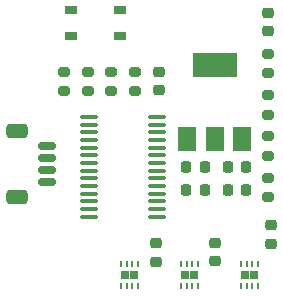
<source format=gbr>
%TF.GenerationSoftware,KiCad,Pcbnew,(6.0.8)*%
%TF.CreationDate,2023-03-27T21:19:56+01:00*%
%TF.ProjectId,m-link-plus,6d2d6c69-6e6b-42d7-906c-75732e6b6963,rev?*%
%TF.SameCoordinates,Original*%
%TF.FileFunction,Paste,Top*%
%TF.FilePolarity,Positive*%
%FSLAX46Y46*%
G04 Gerber Fmt 4.6, Leading zero omitted, Abs format (unit mm)*
G04 Created by KiCad (PCBNEW (6.0.8)) date 2023-03-27 21:19:56*
%MOMM*%
%LPD*%
G01*
G04 APERTURE LIST*
G04 Aperture macros list*
%AMRoundRect*
0 Rectangle with rounded corners*
0 $1 Rounding radius*
0 $2 $3 $4 $5 $6 $7 $8 $9 X,Y pos of 4 corners*
0 Add a 4 corners polygon primitive as box body*
4,1,4,$2,$3,$4,$5,$6,$7,$8,$9,$2,$3,0*
0 Add four circle primitives for the rounded corners*
1,1,$1+$1,$2,$3*
1,1,$1+$1,$4,$5*
1,1,$1+$1,$6,$7*
1,1,$1+$1,$8,$9*
0 Add four rect primitives between the rounded corners*
20,1,$1+$1,$2,$3,$4,$5,0*
20,1,$1+$1,$4,$5,$6,$7,0*
20,1,$1+$1,$6,$7,$8,$9,0*
20,1,$1+$1,$8,$9,$2,$3,0*%
G04 Aperture macros list end*
%ADD10RoundRect,0.225000X0.250000X-0.225000X0.250000X0.225000X-0.250000X0.225000X-0.250000X-0.225000X0*%
%ADD11RoundRect,0.200000X0.275000X-0.200000X0.275000X0.200000X-0.275000X0.200000X-0.275000X-0.200000X0*%
%ADD12R,0.650000X0.750000*%
%ADD13R,0.250000X0.500000*%
%ADD14R,1.500000X2.000000*%
%ADD15R,3.800000X2.000000*%
%ADD16RoundRect,0.218750X-0.256250X0.218750X-0.256250X-0.218750X0.256250X-0.218750X0.256250X0.218750X0*%
%ADD17R,1.050000X0.650000*%
%ADD18RoundRect,0.225000X-0.225000X-0.250000X0.225000X-0.250000X0.225000X0.250000X-0.225000X0.250000X0*%
%ADD19RoundRect,0.225000X-0.250000X0.225000X-0.250000X-0.225000X0.250000X-0.225000X0.250000X0.225000X0*%
%ADD20RoundRect,0.225000X0.225000X0.250000X-0.225000X0.250000X-0.225000X-0.250000X0.225000X-0.250000X0*%
%ADD21RoundRect,0.100000X-0.637500X-0.100000X0.637500X-0.100000X0.637500X0.100000X-0.637500X0.100000X0*%
%ADD22RoundRect,0.200000X-0.275000X0.200000X-0.275000X-0.200000X0.275000X-0.200000X0.275000X0.200000X0*%
%ADD23RoundRect,0.150000X0.625000X-0.150000X0.625000X0.150000X-0.625000X0.150000X-0.625000X-0.150000X0*%
%ADD24RoundRect,0.250000X0.650000X-0.350000X0.650000X0.350000X-0.650000X0.350000X-0.650000X-0.350000X0*%
G04 APERTURE END LIST*
D10*
%TO.C,C10*%
X92250000Y-77775000D03*
X92250000Y-76225000D03*
%TD*%
D11*
%TO.C,R1*%
X101500000Y-83325000D03*
X101500000Y-81675000D03*
%TD*%
D12*
%TO.C,U3*%
X94475000Y-93384000D03*
X95275000Y-93384000D03*
D13*
X94125000Y-94334000D03*
X94625000Y-94334000D03*
X95125000Y-94334000D03*
X95625000Y-94334000D03*
X95625000Y-92434000D03*
X95125000Y-92434000D03*
X94625000Y-92434000D03*
X94125000Y-92434000D03*
%TD*%
D14*
%TO.C,U1*%
X94700000Y-81900000D03*
X97000000Y-81900000D03*
D15*
X97000000Y-75600000D03*
D14*
X99300000Y-81900000D03*
%TD*%
D16*
%TO.C,D1*%
X101500000Y-71212500D03*
X101500000Y-72787500D03*
%TD*%
D17*
%TO.C,SW1*%
X84850000Y-71000000D03*
X89000000Y-71000000D03*
X89000000Y-73150000D03*
X84850000Y-73150000D03*
%TD*%
D12*
%TO.C,U6*%
X99555000Y-93384000D03*
X100355000Y-93384000D03*
D13*
X99205000Y-94334000D03*
X99705000Y-94334000D03*
X100205000Y-94334000D03*
X100705000Y-94334000D03*
X100705000Y-92434000D03*
X100205000Y-92434000D03*
X99705000Y-92434000D03*
X99205000Y-92434000D03*
%TD*%
D18*
%TO.C,C1*%
X98100000Y-86250000D03*
X99650000Y-86250000D03*
%TD*%
%TO.C,C3*%
X98100000Y-84250000D03*
X99650000Y-84250000D03*
%TD*%
D19*
%TO.C,C7*%
X101750000Y-89200000D03*
X101750000Y-90750000D03*
%TD*%
D12*
%TO.C,U2*%
X89395000Y-93384000D03*
X90195000Y-93384000D03*
D13*
X89045000Y-94334000D03*
X89545000Y-94334000D03*
X90045000Y-94334000D03*
X90545000Y-94334000D03*
X90545000Y-92434000D03*
X90045000Y-92434000D03*
X89545000Y-92434000D03*
X89045000Y-92434000D03*
%TD*%
D20*
%TO.C,C4*%
X96150000Y-86250000D03*
X94600000Y-86250000D03*
%TD*%
D21*
%TO.C,U5*%
X86387500Y-80025000D03*
X86387500Y-80675000D03*
X86387500Y-81325000D03*
X86387500Y-81975000D03*
X86387500Y-82625000D03*
X86387500Y-83275000D03*
X86387500Y-83925000D03*
X86387500Y-84575000D03*
X86387500Y-85225000D03*
X86387500Y-85875000D03*
X86387500Y-86525000D03*
X86387500Y-87175000D03*
X86387500Y-87825000D03*
X86387500Y-88475000D03*
X92112500Y-88475000D03*
X92112500Y-87825000D03*
X92112500Y-87175000D03*
X92112500Y-86525000D03*
X92112500Y-85875000D03*
X92112500Y-85225000D03*
X92112500Y-84575000D03*
X92112500Y-83925000D03*
X92112500Y-83275000D03*
X92112500Y-82625000D03*
X92112500Y-81975000D03*
X92112500Y-81325000D03*
X92112500Y-80675000D03*
X92112500Y-80025000D03*
%TD*%
D11*
%TO.C,R10*%
X101500000Y-76325000D03*
X101500000Y-74675000D03*
%TD*%
D22*
%TO.C,R4*%
X84250000Y-76175000D03*
X84250000Y-77825000D03*
%TD*%
D11*
%TO.C,R3*%
X90250000Y-77825000D03*
X90250000Y-76175000D03*
%TD*%
D19*
%TO.C,C5*%
X97000000Y-90700000D03*
X97000000Y-92250000D03*
%TD*%
D23*
%TO.C,J5*%
X82825000Y-85500000D03*
X82825000Y-84500000D03*
X82825000Y-83500000D03*
X82825000Y-82500000D03*
D24*
X80300000Y-86800000D03*
X80300000Y-81200000D03*
%TD*%
D20*
%TO.C,C2*%
X96150000Y-84250000D03*
X94600000Y-84250000D03*
%TD*%
D19*
%TO.C,C6*%
X92000000Y-90725000D03*
X92000000Y-92275000D03*
%TD*%
D11*
%TO.C,R11*%
X101500000Y-86825000D03*
X101500000Y-85175000D03*
%TD*%
%TO.C,R2*%
X101500000Y-79825000D03*
X101500000Y-78175000D03*
%TD*%
%TO.C,R6*%
X86250000Y-77825000D03*
X86250000Y-76175000D03*
%TD*%
%TO.C,R5*%
X88250000Y-77825000D03*
X88250000Y-76175000D03*
%TD*%
M02*

</source>
